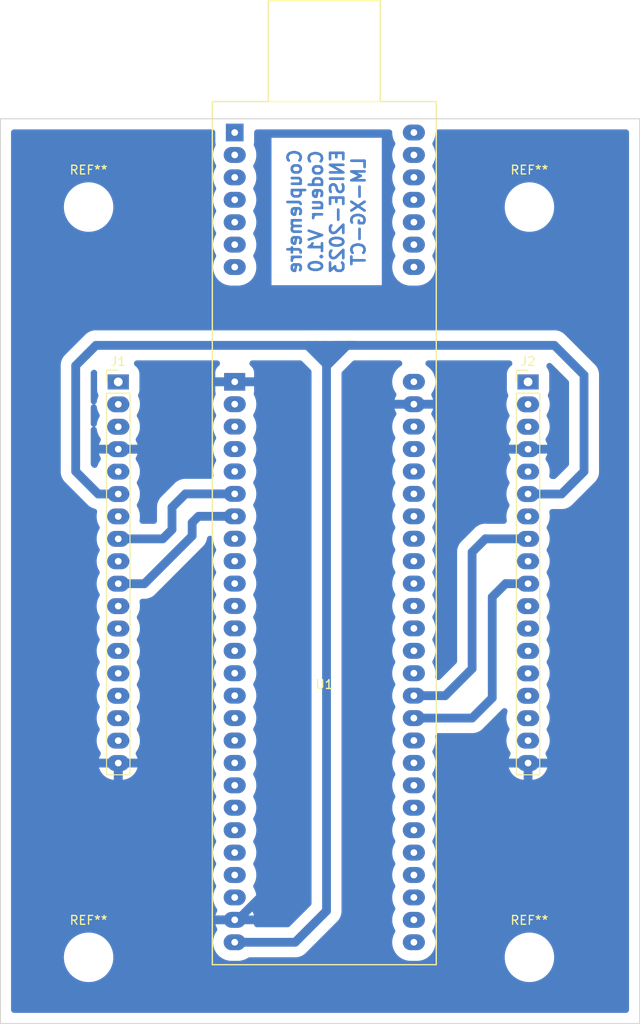
<source format=kicad_pcb>
(kicad_pcb (version 20211014) (generator pcbnew)
  (layers (0 "F.Cu" signal) (31 "B.Cu" signal) (34 "B.Paste" user) (35 "F.Paste" user) (36 "B.SilkS" user "B.Silkscreen") (37 "F.SilkS" user "F.Silkscreen") (38 "B.Mask" user) (39 "F.Mask" user) (44 "Edge.Cuts" user))
  (net 0 "")
  (net 2 "GND")
  (net 7 "Net-(J1-Pad8)")
  (net 8 "Net-(J1-Pad10)")
  (net 26 "+5V")
  (net 37 "Net-(J2-Pad10)")
  (net 38 "Net-(J2-Pad8)")
  (footprint "Connector_PinHeader_2.54mm:PinHeader_1x18_P2.54mm_Vertical" (layer "F.Cu") (at 118.364 82.311)
    (fp_text reference "J1" (at 0 -2.33) (layer "F.SilkS"))
    (fp_text value "Conn_01x18")
    (fp_line (start -1.33 1.27) (end -1.33 44.51) (layer "F.SilkS") (width 0.12))
    (fp_line (start -1.33 44.51) (end 1.33 44.51) (layer "F.SilkS") (width 0.12))
    (fp_line (start -1.33 1.27) (end 1.33 1.27) (layer "F.SilkS") (width 0.12))
    (fp_line (start -1.33 -1.33) (end 0 -1.33) (layer "F.SilkS") (width 0.12))
    (fp_line (start 1.33 1.27) (end 1.33 44.51) (layer "F.SilkS") (width 0.12))
    (fp_line (start -1.33 0) (end -1.33 -1.33) (layer "F.SilkS") (width 0.12))
    (pad "1" thru_hole rect (at 0 0) (size 2.4 1.7) (drill 1) (layers *.Cu *.Mask))
    (pad "2" thru_hole oval (at 0 2.54) (size 2.5 1.8) (drill 0.762) (layers *.Cu *.Mask))
    (pad "3" thru_hole oval (at 0 5.08) (size 2.5 1.8) (drill 0.762) (layers *.Cu *.Mask))
    (pad "4" thru_hole oval (at 0 7.62) (size 2.5 1.8) (drill 0.762) (layers *.Cu *.Mask) (net 2 "GND"))
    (pad "5" thru_hole oval (at 0 10.16) (size 2.5 1.8) (drill 0.762) (layers *.Cu *.Mask))
    (pad "6" thru_hole oval (at 0 12.7) (size 2.5 1.8) (drill 0.762) (layers *.Cu *.Mask) (net 26 "+5V"))
    (pad "7" thru_hole oval (at 0 15.24) (size 2.5 1.8) (drill 0.762) (layers *.Cu *.Mask))
    (pad "8" thru_hole oval (at 0 17.78) (size 2.5 1.8) (drill 0.762) (layers *.Cu *.Mask) (net 7 "Net-(J1-Pad8)"))
    (pad "9" thru_hole oval (at 0 20.32) (size 2.5 1.8) (drill 0.762) (layers *.Cu *.Mask))
    (pad "10" thru_hole oval (at 0 22.86) (size 2.5 1.8) (drill 0.762) (layers *.Cu *.Mask) (net 8 "Net-(J1-Pad10)"))
    (pad "11" thru_hole oval (at 0 25.4) (size 2.5 1.8) (drill 0.762) (layers *.Cu *.Mask))
    (pad "12" thru_hole oval (at 0 27.94) (size 2.5 1.8) (drill 0.762) (layers *.Cu *.Mask))
    (pad "13" thru_hole oval (at 0 30.48) (size 2.5 1.8) (drill 0.762) (layers *.Cu *.Mask))
    (pad "14" thru_hole oval (at 0 33.02) (size 2.5 1.8) (drill 0.762) (layers *.Cu *.Mask))
    (pad "15" thru_hole oval (at 0 35.56) (size 2.5 1.8) (drill 0.762) (layers *.Cu *.Mask))
    (pad "16" thru_hole oval (at 0 38.1) (size 2.5 1.8) (drill 0.762) (layers *.Cu *.Mask))
    (pad "17" thru_hole oval (at 0 40.64) (size 2.5 1.8) (drill 0.762) (layers *.Cu *.Mask))
    (pad "18" thru_hole oval (at 0 43.18) (size 2.5 1.8) (drill 0.762) (layers *.Cu *.Mask) (net 2 "GND"))
  )
  (footprint "Xg_lib_pcb:Cy8ckit-059" (layer "F.Cu") (at 141.732 116.586)
    (fp_text reference "U1" (at 0 0) (layer "F.SilkS"))
    (fp_text value "Cy8ckit-059")
    (fp_line (start 12.7 31.75) (end -12.7 31.75) (layer "F.SilkS") (width 0.15))
    (fp_line (start 6.35 -66.04) (end -6.35 -66.04) (layer "F.SilkS") (width 0.15))
    (fp_line (start 6.35 -77.47) (end 6.35 -66.04) (layer "F.SilkS") (width 0.15))
    (fp_line (start -6.35 -66.04) (end -6.35 -77.47) (layer "F.SilkS") (width 0.15))
    (fp_line (start -6.35 -77.47) (end 6.35 -77.47) (layer "F.SilkS") (width 0.15))
    (fp_line (start -12.7 31.75) (end -12.7 -66.04) (layer "F.SilkS") (width 0.15))
    (fp_line (start -12.7 -66.04) (end 12.7 -66.04) (layer "F.SilkS") (width 0.15))
    (fp_line (start 12.7 -66.04) (end 12.7 31.75) (layer "F.SilkS") (width 0.15))
    (pad "1" thru_hole trapezoid locked (at -10.16 -34.29) (size 2.4 2) (drill 0.762) (layers *.Cu *.Mask) (net 2 "GND"))
    (pad "2" thru_hole oval locked (at -10.16 -31.75) (size 2.5 1.8) (drill 0.762) (layers *.Cu *.Mask))
    (pad "3" thru_hole oval locked (at -10.16 -29.21) (size 2.5 1.8) (drill 0.762) (layers *.Cu *.Mask))
    (pad "4" thru_hole oval locked (at -10.16 -26.67) (size 2.5 1.8) (drill 0.762) (layers *.Cu *.Mask))
    (pad "5" thru_hole oval locked (at -10.16 -24.13) (size 2.5 1.8) (drill 0.762) (layers *.Cu *.Mask))
    (pad "6" thru_hole oval locked (at -10.16 -21.59) (size 2.5 1.8) (drill 0.762) (layers *.Cu *.Mask) (net 7 "Net-(J1-Pad8)"))
    (pad "7" thru_hole oval locked (at -10.16 -19.05) (size 2.5 1.8) (drill 0.762) (layers *.Cu *.Mask) (net 8 "Net-(J1-Pad10)"))
    (pad "8" thru_hole oval locked (at -10.16 -16.51) (size 2.5 1.8) (drill 0.762) (layers *.Cu *.Mask))
    (pad "9" thru_hole oval locked (at -10.16 -13.97) (size 2.5 1.8) (drill 0.762) (layers *.Cu *.Mask))
    (pad "10" thru_hole oval locked (at -10.16 -11.43) (size 2.5 1.8) (drill 0.762) (layers *.Cu *.Mask))
    (pad "11" thru_hole oval locked (at -10.16 -8.89) (size 2.5 1.8) (drill 0.762) (layers *.Cu *.Mask))
    (pad "12" thru_hole oval locked (at -10.16 -6.35) (size 2.5 1.8) (drill 0.762) (layers *.Cu *.Mask))
    (pad "13" thru_hole oval locked (at -10.16 -3.81) (size 2.5 1.8) (drill 0.762) (layers *.Cu *.Mask))
    (pad "14" thru_hole oval locked (at -10.16 -1.27) (size 2.5 1.8) (drill 0.762) (layers *.Cu *.Mask))
    (pad "15" thru_hole oval locked (at -10.16 1.27) (size 2.5 1.8) (drill 0.762) (layers *.Cu *.Mask))
    (pad "16" thru_hole oval locked (at -10.16 3.81) (size 2.5 1.8) (drill 0.762) (layers *.Cu *.Mask))
    (pad "17" thru_hole oval locked (at -10.16 6.35) (size 2.5 1.8) (drill 0.762) (layers *.Cu *.Mask))
    (pad "18" thru_hole oval locked (at -10.16 8.89) (size 2.5 1.8) (drill 0.762) (layers *.Cu *.Mask))
    (pad "19" thru_hole oval locked (at -10.16 11.43) (size 2.5 1.8) (drill 0.762) (layers *.Cu *.Mask))
    (pad "20" thru_hole oval locked (at -10.16 13.97) (size 2.5 1.8) (drill 0.762) (layers *.Cu *.Mask))
    (pad "21" thru_hole oval locked (at -10.16 16.51) (size 2.5 1.8) (drill 0.762) (layers *.Cu *.Mask))
    (pad "22" thru_hole oval locked (at -10.16 19.05) (size 2.5 1.8) (drill 0.762) (layers *.Cu *.Mask))
    (pad "23" thru_hole oval locked (at -10.16 21.59) (size 2.5 1.8) (drill 0.762) (layers *.Cu *.Mask))
    (pad "24" thru_hole oval locked (at -10.16 24.13) (size 2.5 1.8) (drill 0.762) (layers *.Cu *.Mask))
    (pad "25" thru_hole oval locked (at -10.16 26.67) (size 2.5 1.8) (drill 0.762) (layers *.Cu *.Mask) (net 2 "GND"))
    (pad "26" thru_hole oval locked (at -10.16 29.21) (size 2.5 1.8) (drill 0.762) (layers *.Cu *.Mask) (net 26 "+5V"))
    (pad "27" thru_hole oval locked (at 10.16 29.21) (size 2.5 1.8) (drill 0.762) (layers *.Cu *.Mask))
    (pad "28" thru_hole oval locked (at 10.16 26.67) (size 2.5 1.8) (drill 0.762) (layers *.Cu *.Mask))
    (pad "29" thru_hole oval locked (at 10.16 24.13) (size 2.5 1.8) (drill 0.762) (layers *.Cu *.Mask))
    (pad "30" thru_hole oval locked (at 10.16 21.59) (size 2.5 1.8) (drill 0.762) (layers *.Cu *.Mask))
    (pad "31" thru_hole oval locked (at 10.16 19.05) (size 2.5 1.8) (drill 0.762) (layers *.Cu *.Mask))
    (pad "32" thru_hole oval locked (at 10.16 16.51) (size 2.5 1.8) (drill 0.762) (layers *.Cu *.Mask))
    (pad "33" thru_hole oval locked (at 10.16 13.97) (size 2.5 1.8) (drill 0.762) (layers *.Cu *.Mask))
    (pad "34" thru_hole oval locked (at 10.16 11.43) (size 2.5 1.8) (drill 0.762) (layers *.Cu *.Mask))
    (pad "35" thru_hole oval locked (at 10.16 8.89) (size 2.5 1.8) (drill 0.762) (layers *.Cu *.Mask))
    (pad "36" thru_hole oval locked (at 10.16 6.35) (size 2.5 1.8) (drill 0.762) (layers *.Cu *.Mask))
    (pad "37" thru_hole oval locked (at 10.16 3.81) (size 2.5 1.8) (drill 0.762) (layers *.Cu *.Mask) (net 37 "Net-(J2-Pad10)"))
    (pad "38" thru_hole oval locked (at 10.16 1.27) (size 2.5 1.8) (drill 0.762) (layers *.Cu *.Mask) (net 38 "Net-(J2-Pad8)"))
    (pad "39" thru_hole oval locked (at 10.16 -1.27) (size 2.5 1.8) (drill 0.762) (layers *.Cu *.Mask))
    (pad "40" thru_hole oval locked (at 10.16 -3.81) (size 2.5 1.8) (drill 0.762) (layers *.Cu *.Mask))
    (pad "41" thru_hole oval locked (at 10.16 -6.35) (size 2.5 1.8) (drill 0.762) (layers *.Cu *.Mask))
    (pad "42" thru_hole oval locked (at 10.16 -8.89) (size 2.5 1.8) (drill 0.762) (layers *.Cu *.Mask))
    (pad "43" thru_hole oval locked (at 10.16 -11.43) (size 2.5 1.8) (drill 0.762) (layers *.Cu *.Mask))
    (pad "44" thru_hole oval locked (at 10.16 -13.97) (size 2.5 1.8) (drill 0.762) (layers *.Cu *.Mask))
    (pad "45" thru_hole oval locked (at 10.16 -16.51) (size 2.5 1.8) (drill 0.762) (layers *.Cu *.Mask))
    (pad "46" thru_hole oval locked (at 10.16 -19.05) (size 2.5 1.8) (drill 0.762) (layers *.Cu *.Mask))
    (pad "47" thru_hole oval locked (at 10.16 -21.59) (size 2.5 1.8) (drill 0.762) (layers *.Cu *.Mask))
    (pad "48" thru_hole oval locked (at 10.16 -24.13) (size 2.5 1.8) (drill 0.762) (layers *.Cu *.Mask))
    (pad "49" thru_hole oval locked (at 10.16 -26.67) (size 2.5 1.8) (drill 0.762) (layers *.Cu *.Mask))
    (pad "50" thru_hole oval locked (at 10.16 -29.21) (size 2.5 1.8) (drill 0.762) (layers *.Cu *.Mask))
    (pad "51" thru_hole oval locked (at 10.16 -31.75) (size 2.5 1.8) (drill 0.762) (layers *.Cu *.Mask) (net 2 "GND"))
    (pad "52" thru_hole oval locked (at 10.16 -34.29) (size 2.5 1.8) (drill 0.762) (layers *.Cu *.Mask))
    (pad "Kp1" thru_hole trapezoid locked (at -10.16 -62.53) (size 2 2) (drill 0.762) (layers *.Cu *.Mask))
    (pad "Kp2" thru_hole oval locked (at -10.16 -59.99) (size 2.5 1.8) (drill 0.762) (layers *.Cu *.Mask))
    (pad "Kp3" thru_hole oval locked (at -10.16 -57.45) (size 2.5 1.8) (drill 0.762) (layers *.Cu *.Mask))
    (pad "Kp4" thru_hole oval locked (at -10.16 -54.91) (size 2.5 1.8) (drill 0.762) (layers *.Cu *.Mask))
    (pad "Kp5" thru_hole oval locked (at -10.16 -52.37) (size 2.5 1.8) (drill 0.762) (layers *.Cu *.Mask))
    (pad "Kp6" thru_hole oval locked (at -10.16 -49.83) (size 2.5 1.8) (drill 0.762) (layers *.Cu *.Mask))
    (pad "Kp7" thru_hole oval locked (at -10.16 -47.29) (size 2.5 1.8) (drill 0.762) (layers *.Cu *.Mask))
    (pad "Kp8" thru_hole oval locked (at 10.16 -47.29) (size 2.5 1.8) (drill 0.762) (layers *.Cu *.Mask))
    (pad "Kp9" thru_hole oval locked (at 10.16 -49.83) (size 2.5 1.8) (drill 0.762) (layers *.Cu *.Mask))
    (pad "Kp10" thru_hole oval locked (at 10.16 -52.37) (size 2.5 1.8) (drill 0.762) (layers *.Cu *.Mask))
    (pad "Kp11" thru_hole oval locked (at 10.16 -54.91) (size 2.5 1.8) (drill 0.762) (layers *.Cu *.Mask))
    (pad "Kp12" thru_hole oval locked (at 10.16 -57.45) (size 2.5 1.8) (drill 0.762) (layers *.Cu *.Mask))
    (pad "Kp13" thru_hole oval locked (at 10.16 -59.99) (size 2.5 1.8) (drill 0.762) (layers *.Cu *.Mask))
    (pad "Kp14" thru_hole oval locked (at 10.16 -62.53) (size 2.5 1.8) (drill 0.762) (layers *.Cu *.Mask))
  )
  (footprint "MountingHole:MountingHole_3.2mm_M3" (layer "F.Cu") (at 115 147.5)
    (fp_text reference "REF**" (at 0 -4.2) (layer "F.SilkS"))
    (fp_text value "MountingHole_3.2mm_M3")
    (pad "" np_thru_hole circle (at 0 0) (size 3.2 3.2) (drill 3.2) (layers *.Cu *.Mask))
  )
  (footprint "MountingHole:MountingHole_3.2mm_M3" (layer "F.Cu") (at 165 147.5)
    (fp_text reference "REF**" (at 0 -4.2) (layer "F.SilkS"))
    (fp_text value "MountingHole_3.2mm_M3")
    (pad "" np_thru_hole circle (at 0 0) (size 3.2 3.2) (drill 3.2) (layers *.Cu *.Mask))
  )
  (footprint "Connector_PinHeader_2.54mm:PinHeader_1x18_P2.54mm_Vertical" (layer "F.Cu") (at 164.846 82.311)
    (fp_text reference "J2" (at 0 -2.33) (layer "F.SilkS"))
    (fp_text value "Conn_01x18")
    (fp_line (start 1.33 1.27) (end 1.33 44.51) (layer "F.SilkS") (width 0.12))
    (fp_line (start -1.33 -1.33) (end 0 -1.33) (layer "F.SilkS") (width 0.12))
    (fp_line (start -1.33 1.27) (end 1.33 1.27) (layer "F.SilkS") (width 0.12))
    (fp_line (start -1.33 44.51) (end 1.33 44.51) (layer "F.SilkS") (width 0.12))
    (fp_line (start -1.33 1.27) (end -1.33 44.51) (layer "F.SilkS") (width 0.12))
    (fp_line (start -1.33 0) (end -1.33 -1.33) (layer "F.SilkS") (width 0.12))
    (pad "1" thru_hole rect (at 0 0) (size 2.4 1.7) (drill 1) (layers *.Cu *.Mask))
    (pad "2" thru_hole oval (at 0 2.54) (size 2.5 1.8) (drill 0.762) (layers *.Cu *.Mask))
    (pad "3" thru_hole oval (at 0 5.08) (size 2.5 1.8) (drill 0.762) (layers *.Cu *.Mask))
    (pad "4" thru_hole oval (at 0 7.62) (size 2.5 1.8) (drill 0.762) (layers *.Cu *.Mask) (net 2 "GND"))
    (pad "5" thru_hole oval (at 0 10.16) (size 2.5 1.8) (drill 0.762) (layers *.Cu *.Mask))
    (pad "6" thru_hole oval (at 0 12.7) (size 2.5 1.8) (drill 0.762) (layers *.Cu *.Mask) (net 26 "+5V"))
    (pad "7" thru_hole oval (at 0 15.24) (size 2.5 1.8) (drill 0.762) (layers *.Cu *.Mask))
    (pad "8" thru_hole oval (at 0 17.78) (size 2.5 1.8) (drill 0.762) (layers *.Cu *.Mask) (net 38 "Net-(J2-Pad8)"))
    (pad "9" thru_hole oval (at 0 20.32) (size 2.5 1.8) (drill 0.762) (layers *.Cu *.Mask))
    (pad "10" thru_hole oval (at 0 22.86) (size 2.5 1.8) (drill 0.762) (layers *.Cu *.Mask) (net 37 "Net-(J2-Pad10)"))
    (pad "11" thru_hole oval (at 0 25.4) (size 2.5 1.8) (drill 0.762) (layers *.Cu *.Mask))
    (pad "12" thru_hole oval (at 0 27.94) (size 2.5 1.8) (drill 0.762) (layers *.Cu *.Mask))
    (pad "13" thru_hole oval (at 0 30.48) (size 2.5 1.8) (drill 0.762) (layers *.Cu *.Mask))
    (pad "14" thru_hole oval (at 0 33.02) (size 2.5 1.8) (drill 0.762) (layers *.Cu *.Mask))
    (pad "15" thru_hole oval (at 0 35.56) (size 2.5 1.8) (drill 0.762) (layers *.Cu *.Mask))
    (pad "16" thru_hole oval (at 0 38.1) (size 2.5 1.8) (drill 0.762) (layers *.Cu *.Mask))
    (pad "17" thru_hole oval (at 0 40.64) (size 2.5 1.8) (drill 0.762) (layers *.Cu *.Mask))
    (pad "18" thru_hole oval (at 0 43.18) (size 2.5 1.8) (drill 0.762) (layers *.Cu *.Mask) (net 2 "GND"))
  )
  (footprint "MountingHole:MountingHole_3.2mm_M3" (layer "F.Cu") (at 165 62.5)
    (fp_text reference "REF**" (at 0 -4.2) (layer "F.SilkS"))
    (fp_text value "MountingHole_3.2mm_M3")
    (pad "" np_thru_hole circle (at 0 0) (size 3.2 3.2) (drill 3.2) (layers *.Cu *.Mask))
  )
  (footprint "MountingHole:MountingHole_3.2mm_M3" (layer "F.Cu") (at 115 62.5)
    (fp_text reference "REF**" (at 0 -4.2) (layer "F.SilkS"))
    (fp_text value "MountingHole_3.2mm_M3")
    (pad "" np_thru_hole circle (at 0 0) (size 3.2 3.2) (drill 3.2) (layers *.Cu *.Mask))
  )
  (gr_rect (start 105 52.5) (end 177.5 155) (layer "Edge.Cuts") (width 0.1) (fill none))
  (gr_text "Couplemetre\nCodeur V1.0\nENISE-2023\nLM-XG-CT" (at 142 63 90) (layer "B.Cu") (effects (font (size 1.5 1.5) (thickness 0.3)) (justify mirror)))
  (segment (start 143.51 150.114) (end 145.542 150.114) (width 1) (layer "B.Cu") (net 2))
  (segment (start 143.51 150.114) (end 130.556 150.114) (width 1) (layer "B.Cu") (net 2))
  (segment (start 162.009 125.491) (end 157.5 130) (width 1) (layer "B.Cu") (net 2))
  (segment (start 138.43 84.328) (end 136.398 82.296) (width 1) (layer "B.Cu") (net 2))
  (segment (start 160.543 89.931) (end 158.496 87.884) (width 1) (layer "B.Cu") (net 2))
  (segment (start 157.5 147.5) (end 154.886 150.114) (width 1) (layer "B.Cu") (net 2))
  (segment (start 127.762 143.256) (end 128.27 143.256) (width 1) (layer "B.Cu") (net 2))
  (segment (start 130.556 150.114) (end 127 146.558) (width 1) (layer "B.Cu") (net 2))
  (segment (start 145.542 148.082) (end 147.32 149.86) (width 1) (layer "B.Cu") (net 2))
  (segment (start 157.5 130) (end 157.5 147.5) (width 1) (layer "B.Cu") (net 2))
  (segment (start 147.32 149.86) (end 147.32 150.114) (width 1) (layer "B.Cu") (net 2))
  (segment (start 164.846 125.491) (end 162.009 125.491) (width 1) (layer "B.Cu") (net 2))
  (segment (start 158.496 87.884) (end 158.496 86.614) (width 1) (layer "B.Cu") (net 2))
  (segment (start 118.364 136.652) (end 124.968 143.256) (width 1) (layer "B.Cu") (net 2))
  (segment (start 127.254 143.256) (end 128.27 143.256) (width 1) (layer "B.Cu") (net 2))
  (segment (start 122.667 89.931) (end 118.364 89.931) (width 1) (layer "B.Cu") (net 2))
  (segment (start 127 146.558) (end 127 144.018) (width 1) (layer "B.Cu") (net 2))
  (segment (start 127 144.018) (end 127.762 143.256) (width 1) (layer "B.Cu") (net 2))
  (segment (start 131.572 143.256) (end 131.922 143.256) (width 1) (layer "B.Cu") (net 2))
  (segment (start 131.922 143.256) (end 138.43 136.748) (width 1) (layer "B.Cu") (net 2))
  (segment (start 136.398 82.296) (end 131.572 82.296) (width 1) (layer "B.Cu") (net 2))
  (segment (start 124.968 84.836) (end 124.968 87.63) (width 1) (layer "B.Cu") (net 2))
  (segment (start 131.572 82.296) (end 127.508 82.296) (width 1) (layer "B.Cu") (net 2))
  (segment (start 138.43 136.748) (end 138.43 84.328) (width 1) (layer "B.Cu") (net 2))
  (segment (start 128.27 143.256) (end 131.572 143.256) (width 1) (layer "B.Cu") (net 2))
  (segment (start 156.718 84.836) (end 151.892 84.836) (width 1) (layer "B.Cu") (net 2))
  (segment (start 127 143.51) (end 127.254 143.256) (width 1) (layer "B.Cu") (net 2))
  (segment (start 145.542 150.114) (end 147.32 150.114) (width 1) (layer "B.Cu") (net 2))
  (segment (start 127 144.018) (end 127 143.51) (width 1) (layer "B.Cu") (net 2))
  (segment (start 148.082 84.836) (end 145.542 87.376) (width 1) (layer "B.Cu") (net 2))
  (segment (start 158.496 86.614) (end 156.718 84.836) (width 1) (layer "B.Cu") (net 2))
  (segment (start 164.846 89.931) (end 160.543 89.931) (width 1) (layer "B.Cu") (net 2))
  (segment (start 151.892 84.836) (end 148.082 84.836) (width 1) (layer "B.Cu") (net 2))
  (segment (start 118.364 125.491) (end 118.364 136.652) (width 1) (layer "B.Cu") (net 2))
  (segment (start 127.508 82.296) (end 124.968 84.836) (width 1) (layer "B.Cu") (net 2))
  (segment (start 154.886 150.114) (end 147.32 150.114) (width 1) (layer "B.Cu") (net 2))
  (segment (start 145.542 87.376) (end 145.542 148.082) (width 1) (layer "B.Cu") (net 2))
  (segment (start 145.542 148.082) (end 145.542 150.114) (width 1) (layer "B.Cu") (net 2))
  (segment (start 124.968 87.63) (end 122.667 89.931) (width 1) (layer "B.Cu") (net 2))
  (segment (start 124.968 143.256) (end 127.254 143.256) (width 1) (layer "B.Cu") (net 2))
  (segment (start 145.542 148.082) (end 143.51 150.114) (width 1) (layer "B.Cu") (net 2))
  (segment (start 124.46 96.52) (end 125.984 94.996) (width 1) (layer "B.Cu") (net 7))
  (segment (start 123.409 100.091) (end 124.46 99.04) (width 1) (layer "B.Cu") (net 7))
  (segment (start 118.364 100.091) (end 123.409 100.091) (width 1) (layer "B.Cu") (net 7))
  (segment (start 125.984 94.996) (end 131.572 94.996) (width 1) (layer "B.Cu") (net 7))
  (segment (start 124.46 99.04) (end 124.46 96.52) (width 1) (layer "B.Cu") (net 7))
  (segment (start 118.364 105.171) (end 121.329 105.171) (width 1) (layer "B.Cu") (net 8))
  (segment (start 121.329 105.171) (end 126.746 99.754) (width 1) (layer "B.Cu") (net 8))
  (segment (start 126.746 99.754) (end 126.746 98.254) (width 1) (layer "B.Cu") (net 8))
  (segment (start 127.464 97.536) (end 131.572 97.536) (width 1) (layer "B.Cu") (net 8))
  (segment (start 126.746 98.254) (end 127.464 97.536) (width 1) (layer "B.Cu") (net 8))
  (segment (start 144.331 78.169) (end 145.169 78.169) (width 1) (layer "B.Cu") (net 26))
  (segment (start 141.986 80.324) (end 139.831 78.169) (width 1) (layer "B.Cu") (net 26))
  (segment (start 141.986 80.514) (end 141.986 80.324) (width 1) (layer "B.Cu") (net 26))
  (segment (start 139.831 78.169) (end 115.831 78.169) (width 1) (layer "B.Cu") (net 26))
  (segment (start 142.831 78.169) (end 141.986 79.014) (width 1) (layer "B.Cu") (net 26))
  (segment (start 118.364 95.011) (end 116.093 95.011) (width 1) (layer "B.Cu") (net 26))
  (segment (start 171.196 81.534) (end 167.831 78.169) (width 1) (layer "B.Cu") (net 26))
  (segment (start 113.538 92.456) (end 113.538 80.538) (width 1) (layer "B.Cu") (net 26))
  (segment (start 113.538 80.538) (end 113.538 80.462) (width 1) (layer "B.Cu") (net 26))
  (segment (start 141.986 80.514) (end 141.986 80.014) (width 1) (layer "B.Cu") (net 26))
  (segment (start 141.986 80.014) (end 141.986 78.324) (width 1) (layer "B.Cu") (net 26))
  (segment (start 164.846 95.011) (end 168.641 95.011) (width 1) (layer "B.Cu") (net 26))
  (segment (start 171.196 92.456) (end 171.196 81.534) (width 1) (layer "B.Cu") (net 26))
  (segment (start 145.169 78.169) (end 141.831 78.169) (width 1) (layer "B.Cu") (net 26))
  (segment (start 131.572 145.796) (end 138.43 145.796) (width 1) (layer "B.Cu") (net 26))
  (segment (start 141.986 79.324) (end 142.014 79.324) (width 1) (layer "B.Cu") (net 26))
  (segment (start 140.831 78.169) (end 139.831 78.169) (width 1) (layer "B.Cu") (net 26))
  (segment (start 141.986 79.324) (end 140.831 78.169) (width 1) (layer "B.Cu") (net 26))
  (segment (start 168.641 95.011) (end 171.196 92.456) (width 1) (layer "B.Cu") (net 26))
  (segment (start 141.831 78.169) (end 140.831 78.169) (width 1) (layer "B.Cu") (net 26))
  (segment (start 141.986 142.24) (end 141.986 80.514) (width 1) (layer "B.Cu") (net 26))
  (segment (start 113.538 80.462) (end 114.75 79.25) (width 1) (layer "B.Cu") (net 26))
  (segment (start 143.169 78.169) (end 142.831 78.169) (width 1) (layer "B.Cu") (net 26))
  (segment (start 115.831 78.169) (end 114.75 79.25) (width 1) (layer "B.Cu") (net 26))
  (segment (start 141.986 80.514) (end 144.331 78.169) (width 1) (layer "B.Cu") (net 26))
  (segment (start 141.986 79.014) (end 141.986 80.014) (width 1) (layer "B.Cu") (net 26))
  (segment (start 142.014 79.324) (end 143.169 78.169) (width 1) (layer "B.Cu") (net 26))
  (segment (start 145.169 78.169) (end 143.169 78.169) (width 1) (layer "B.Cu") (net 26))
  (segment (start 145.169 78.169) (end 167.831 78.169) (width 1) (layer "B.Cu") (net 26))
  (segment (start 141.986 80.014) (end 141.986 79.324) (width 1) (layer "B.Cu") (net 26))
  (segment (start 141.986 78.324) (end 141.831 78.169) (width 1) (layer "B.Cu") (net 26))
  (segment (start 138.43 145.796) (end 141.986 142.24) (width 1) (layer "B.Cu") (net 26))
  (segment (start 116.093 95.011) (end 113.538 92.456) (width 1) (layer "B.Cu") (net 26))
  (segment (start 162.321 105.171) (end 164.846 105.171) (width 1) (layer "B.Cu") (net 37))
  (segment (start 158.496 120.396) (end 160.782 118.11) (width 1) (layer "B.Cu") (net 37))
  (segment (start 160.782 118.11) (end 160.782 106.68) (width 1) (layer "B.Cu") (net 37))
  (segment (start 160.782 106.68) (end 162.306 105.156) (width 1) (layer "B.Cu") (net 37))
  (segment (start 162.306 105.156) (end 162.321 105.171) (width 1) (layer "B.Cu") (net 37))
  (segment (start 151.892 120.396) (end 158.496 120.396) (width 1) (layer "B.Cu") (net 37))
  (segment (start 158.5 101.596) (end 160.02 100.076) (width 1) (layer "B.Cu") (net 38))
  (segment (start 160.035 100.091) (end 164.846 100.091) (width 1) (layer "B.Cu") (net 38))
  (segment (start 158.5 114.804) (end 158.5 101.596) (width 1) (layer "B.Cu") (net 38))
  (segment (start 155.448 117.856) (end 158.5 114.804) (width 1) (layer "B.Cu") (net 38))
  (segment (start 160.02 100.076) (end 160.035 100.091) (width 1) (layer "B.Cu") (net 38))
  (segment (start 151.892 117.856) (end 155.448 117.856) (width 1) (layer "B.Cu") (net 38))
  (zone (net 2) (net_name "GND") (layer "B.Cu") (name "Empty_texte") (connect_pads (clearance 1.2)) (min_thickness 0.7) (fill yes (thermal_gap 1) (thermal_bridge_width 1))
    (polygon (pts (xy 177.5 155) (xy 105 155) (xy 105 52.5) (xy 177.5 52.5)))
  )
)
</source>
